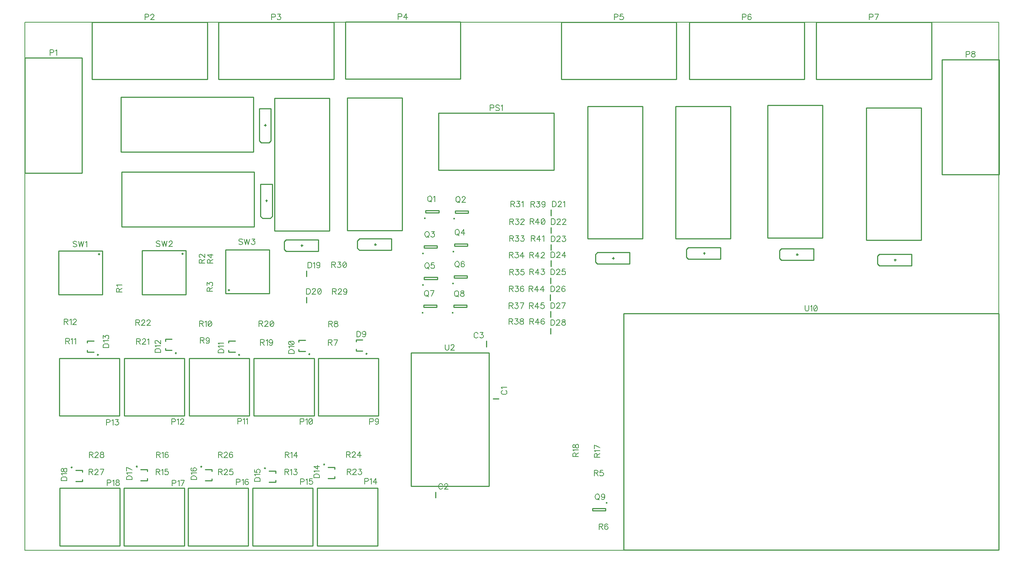
<source format=gbr>
G04 DipTrace 2.2.9.0 beta*
%INTopSilk.gbr*%
%MOIN*%
%ADD10C,0.0098*%
%ADD11C,0.0055*%
%ADD30C,0.0154*%
%ADD32C,0.0197*%
%ADD64C,0.0077*%
%FSLAX44Y44*%
G04*
G70*
G90*
G75*
G01*
%LNTopSilk*%
%LPD*%
X46512Y17586D2*
D10*
X46001D1*
X40850Y8655D2*
Y9166D1*
X45409Y22764D2*
Y22252D1*
X26166Y33975D2*
X25989Y33797D1*
X25300D2*
X25989D1*
X26166Y36868D2*
Y33975D1*
X25123Y36868D2*
Y33975D1*
Y36868D2*
X26166D1*
X25123Y33975D2*
X25300Y33797D1*
X25566Y35390D2*
X25723D1*
X25644Y35470D2*
Y35314D1*
X26059Y40768D2*
X25881Y40590D1*
X25193D2*
X25881D1*
X26059Y43661D2*
Y40768D1*
X25015Y43661D2*
Y40768D1*
Y43661D2*
X26059D1*
X25015Y40768D2*
X25193Y40590D1*
X25459Y42184D2*
X25615D1*
X25537Y42264D2*
Y42107D1*
X27405Y30841D2*
X27227Y31019D1*
Y31707D2*
Y31019D1*
X30298Y30841D2*
X27405D1*
X30298Y31884D2*
X27405D1*
X30298D2*
Y30841D1*
X27405Y31884D2*
X27227Y31707D1*
X28821Y31441D2*
Y31285D1*
X28901Y31363D2*
X28744D1*
X34000Y30921D2*
X33822Y31098D1*
Y31787D2*
Y31098D1*
X36893Y30921D2*
X34000D1*
X36893Y31964D2*
X34000D1*
X36893D2*
Y30921D1*
X34000Y31964D2*
X33822Y31787D1*
X35415Y31521D2*
Y31364D1*
X35495Y31443D2*
X35339D1*
X55379Y29688D2*
X55201Y29865D1*
Y30554D2*
Y29865D1*
X58272Y29688D2*
X55379D1*
X58272Y30731D2*
X55379D1*
X58272D2*
Y29688D1*
X55379Y30731D2*
X55201Y30554D1*
X56795Y30288D2*
Y30131D1*
X56875Y30210D2*
X56718D1*
X63556Y30135D2*
X63378Y30313D1*
Y31001D2*
Y30313D1*
X66449Y30135D2*
X63556D1*
X66449Y31179D2*
X63556D1*
X66449D2*
Y30135D1*
X63556Y31179D2*
X63378Y31001D1*
X64972Y30735D2*
Y30579D1*
X65052Y30657D2*
X64895D1*
X71905Y30027D2*
X71727Y30204D1*
Y30892D2*
Y30204D1*
X74797Y30027D2*
X71905D1*
X74797Y31070D2*
X71905D1*
X74797D2*
Y30027D1*
X71905Y31070D2*
X71727Y30892D1*
X73320Y30626D2*
Y30470D1*
X73400Y30548D2*
X73244D1*
X80710Y29534D2*
X80532Y29712D1*
Y30400D2*
Y29712D1*
X83603Y29534D2*
X80710D1*
X83603Y30578D2*
X80710D1*
X83603D2*
Y29534D1*
X80710Y30578D2*
X80532Y30400D1*
X82126Y30134D2*
Y29978D1*
X82206Y30056D2*
X82049D1*
X34639Y21661D2*
G02X34639Y21661I0J-49D01*
G01*
X34285Y21868D2*
X33694D1*
X34285Y22872D2*
X33694D1*
Y21868D2*
Y22046D1*
Y22694D2*
Y22872D1*
X29503Y21626D2*
G02X29503Y21626I0J-49D01*
G01*
X29149Y21832D2*
X28558D1*
X29149Y22837D2*
X28558D1*
Y21832D2*
Y22010D1*
Y22659D2*
Y22837D1*
X23193Y21559D2*
G02X23193Y21559I0J-49D01*
G01*
X22838Y21765D2*
X22248D1*
X22838Y22770D2*
X22248D1*
Y21765D2*
Y21943D1*
Y22592D2*
Y22770D1*
X17508Y21718D2*
G02X17508Y21718I0J-49D01*
G01*
X17153Y21924D2*
X16563D1*
X17153Y22929D2*
X16563D1*
Y21924D2*
Y22102D1*
Y22751D2*
Y22929D1*
X10498Y21568D2*
G02X10498Y21568I0J-49D01*
G01*
X10143Y21774D2*
X9553D1*
X10143Y22779D2*
X9553D1*
Y21774D2*
Y21952D1*
Y22601D2*
Y22779D1*
X30831Y11609D2*
G02X30831Y11609I0J49D01*
G01*
X31185Y11403D2*
X31776D1*
X31185Y10398D2*
X31776D1*
Y11403D2*
Y11225D1*
Y10576D2*
Y10398D1*
X25516Y11270D2*
G02X25516Y11270I0J49D01*
G01*
X25871Y11064D2*
X26462D1*
X25871Y10060D2*
X26462D1*
Y11064D2*
Y10886D1*
Y10238D2*
Y10060D1*
X19790Y11409D2*
G02X19790Y11409I0J49D01*
G01*
X20144Y11202D2*
X20735D1*
X20144Y10198D2*
X20735D1*
Y11202D2*
Y11024D1*
Y10376D2*
Y10198D1*
X14000Y11422D2*
G02X14000Y11422I0J49D01*
G01*
X14354Y11216D2*
X14945D1*
X14354Y10211D2*
X14945D1*
Y11216D2*
Y11038D1*
Y10389D2*
Y10211D1*
X8149Y11344D2*
G02X8149Y11344I0J49D01*
G01*
X8504Y11138D2*
X9094D1*
X8504Y10133D2*
X9094D1*
Y11138D2*
Y10960D1*
Y10311D2*
Y10133D1*
X29233Y29075D2*
Y28563D1*
X29227Y26714D2*
Y26202D1*
X51209Y34562D2*
Y34050D1*
X51224Y32983D2*
Y32471D1*
X51201Y31444D2*
Y30932D1*
X51200Y29991D2*
Y29479D1*
X51173Y28452D2*
Y27940D1*
X51154Y26928D2*
Y26416D1*
X51177Y25429D2*
Y24918D1*
X51168Y23911D2*
Y23399D1*
X3950Y37887D2*
X9068D1*
Y48241D1*
X3950D1*
Y37887D1*
X35713Y16024D2*
X30300D1*
Y21220D1*
X35713D1*
Y16024D1*
X29932D2*
X24519D1*
Y21220D1*
X29932D1*
Y16024D1*
X24119D2*
X18706D1*
Y21220D1*
X24119D1*
Y16024D1*
X18291D2*
X12877D1*
Y21220D1*
X18291D1*
Y16024D1*
X12449D2*
X7035D1*
Y21220D1*
X12449D1*
Y16024D1*
X30221Y9526D2*
X35634D1*
Y4330D1*
X30221D1*
Y9526D1*
X24407D2*
X29820D1*
Y4330D1*
X24407D1*
Y9526D1*
X18610D2*
X24023D1*
Y4330D1*
X18610D1*
Y9526D1*
X12854D2*
X18267D1*
Y4330D1*
X12854D1*
Y9526D1*
X7061D2*
X12475D1*
Y4330D1*
X7061D1*
Y9526D1*
X51479Y38140D2*
X41124D1*
Y43258D1*
X51479D1*
Y38140D1*
D30*
X39862Y33818D3*
X39954Y34319D2*
D10*
X41135D1*
Y34516D1*
X39954D1*
Y34319D1*
D30*
X42506Y33765D3*
X42598Y34266D2*
D10*
X43779D1*
Y34463D1*
X42598D1*
Y34266D1*
D30*
X39717Y30628D3*
X39809Y31130D2*
D10*
X40990D1*
Y31327D1*
X39809D1*
Y31130D1*
D30*
X42447Y30812D3*
X42539Y31313D2*
D10*
X43720D1*
Y31510D1*
X42539D1*
Y31313D1*
D30*
X39722Y27804D3*
X39814Y28306D2*
D10*
X40995D1*
Y28502D1*
X39814D1*
Y28306D1*
D30*
X42415Y27933D3*
X42507Y28435D2*
D10*
X43688D1*
Y28632D1*
X42507D1*
Y28435D1*
D30*
X39678Y25310D3*
X39770Y25811D2*
D10*
X40951D1*
Y26008D1*
X39770D1*
Y25811D1*
D30*
X42380Y25289D3*
X42472Y25791D2*
D10*
X43653D1*
Y25988D1*
X42472D1*
Y25791D1*
D30*
X56212Y8195D3*
X56120Y7694D2*
D10*
X54939D1*
Y7497D1*
X56120D1*
Y7694D1*
X6971Y30869D2*
X10909D1*
Y26931D1*
X6971D1*
Y30869D1*
D32*
X10613Y30573D3*
X14471Y30889D2*
D10*
X18409D1*
Y26951D1*
X14471D1*
Y30889D1*
D32*
X18113Y30593D3*
X25909Y27041D2*
D10*
X21971D1*
Y30979D1*
X25909D1*
Y27041D1*
D32*
X22267Y27337D3*
X24560Y33036D2*
D10*
X12643D1*
Y37973D1*
X24560D1*
Y33036D1*
X38627Y21715D2*
X45627D1*
Y9715D1*
X38627D1*
Y21715D1*
X24481Y39769D2*
X12564D1*
Y44706D1*
X24481D1*
Y39769D1*
X26383Y32670D2*
X31320D1*
Y44588D1*
X26383D1*
Y32670D1*
X32918Y32710D2*
X37855D1*
Y44627D1*
X32918D1*
Y32710D1*
X54495Y31962D2*
X59432D1*
Y43879D1*
X54495D1*
Y31962D1*
X62408D2*
X67345D1*
Y43879D1*
X62408D1*
Y31962D1*
X70676Y32040D2*
X75613D1*
Y43958D1*
X70676D1*
Y32040D1*
X79548Y31836D2*
X84485D1*
Y43753D1*
X79548D1*
Y31836D1*
X91440Y3966D2*
X57740D1*
Y25226D1*
X91440D1*
Y3966D1*
X9973Y51430D2*
X20328D1*
Y46312D1*
X9973D1*
Y51430D1*
X21351D2*
X31706D1*
Y46312D1*
X21351D1*
Y51430D1*
X32729Y51470D2*
X43084D1*
Y46351D1*
X32729D1*
Y51470D1*
X52139Y51430D2*
X62493D1*
Y46312D1*
X52139D1*
Y51430D1*
X63635D2*
X73989D1*
Y46312D1*
X63635D1*
Y51430D1*
X75052D2*
X85407D1*
Y46312D1*
X75052D1*
Y51430D1*
X91470Y48084D2*
X86351D1*
Y37729D1*
X91470D1*
Y48084D1*
X46871Y18317D2*
D64*
X46824Y18293D1*
X46776Y18245D1*
X46752Y18198D1*
Y18102D1*
X46776Y18054D1*
X46824Y18006D1*
X46871Y17982D1*
X46943Y17958D1*
X47063D1*
X47134Y17982D1*
X47182Y18006D1*
X47230Y18054D1*
X47254Y18102D1*
Y18198D1*
X47230Y18245D1*
X47182Y18293D1*
X47134Y18317D1*
X46848Y18471D2*
X46824Y18519D1*
X46752Y18591D1*
X47254D1*
X41474Y9819D2*
X41450Y9866D1*
X41402Y9914D1*
X41354Y9938D1*
X41259D1*
X41211Y9914D1*
X41163Y9866D1*
X41139Y9819D1*
X41115Y9747D1*
Y9627D1*
X41139Y9555D1*
X41163Y9507D1*
X41211Y9460D1*
X41259Y9436D1*
X41354D1*
X41402Y9460D1*
X41450Y9507D1*
X41474Y9555D1*
X41652Y9818D2*
Y9842D1*
X41676Y9890D1*
X41700Y9914D1*
X41748Y9937D1*
X41844D1*
X41891Y9914D1*
X41915Y9890D1*
X41939Y9842D1*
Y9794D1*
X41915Y9746D1*
X41867Y9675D1*
X41628Y9436D1*
X41963D1*
X44655Y23416D2*
X44631Y23464D1*
X44583Y23512D1*
X44535Y23536D1*
X44440D1*
X44391Y23512D1*
X44344Y23464D1*
X44320Y23416D1*
X44296Y23344D1*
Y23225D1*
X44320Y23153D1*
X44344Y23105D1*
X44391Y23058D1*
X44440Y23033D1*
X44535D1*
X44583Y23058D1*
X44631Y23105D1*
X44655Y23153D1*
X44857Y23535D2*
X45120D1*
X44976Y23344D1*
X45048D1*
X45096Y23320D1*
X45120Y23296D1*
X45144Y23225D1*
Y23177D1*
X45120Y23105D1*
X45072Y23057D1*
X45000Y23033D1*
X44928D1*
X44857Y23057D1*
X44833Y23081D1*
X44809Y23129D1*
X33767Y23644D2*
Y23141D1*
X33934D1*
X34006Y23165D1*
X34054Y23213D1*
X34078Y23261D1*
X34102Y23332D1*
Y23452D1*
X34078Y23524D1*
X34054Y23572D1*
X34006Y23620D1*
X33934Y23644D1*
X33767D1*
X34567Y23476D2*
X34543Y23404D1*
X34495Y23356D1*
X34423Y23332D1*
X34400D1*
X34328Y23356D1*
X34280Y23404D1*
X34256Y23476D1*
Y23500D1*
X34280Y23572D1*
X34328Y23619D1*
X34400Y23643D1*
X34423D1*
X34495Y23619D1*
X34543Y23572D1*
X34567Y23476D1*
Y23356D1*
X34543Y23237D1*
X34495Y23165D1*
X34423Y23141D1*
X34376D1*
X34304Y23165D1*
X34280Y23213D1*
X27629Y21653D2*
X28132D1*
Y21820D1*
X28107Y21892D1*
X28060Y21940D1*
X28012Y21964D1*
X27941Y21988D1*
X27821D1*
X27749Y21964D1*
X27701Y21940D1*
X27653Y21892D1*
X27629Y21820D1*
Y21653D1*
X27726Y22142D2*
X27701Y22190D1*
X27630Y22262D1*
X28132D1*
X27630Y22560D2*
X27654Y22488D1*
X27726Y22440D1*
X27845Y22416D1*
X27917D1*
X28036Y22440D1*
X28108Y22488D1*
X28132Y22560D1*
Y22607D1*
X28108Y22679D1*
X28036Y22727D1*
X27917Y22751D1*
X27845D1*
X27726Y22727D1*
X27654Y22679D1*
X27630Y22607D1*
Y22560D1*
X27726Y22727D2*
X28036Y22440D1*
X21319Y21693D2*
X21821D1*
Y21860D1*
X21797Y21932D1*
X21749Y21980D1*
X21701Y22004D1*
X21630Y22028D1*
X21510D1*
X21438Y22004D1*
X21391Y21980D1*
X21343Y21932D1*
X21319Y21860D1*
Y21693D1*
X21415Y22182D2*
X21391Y22230D1*
X21319Y22302D1*
X21821D1*
X21415Y22457D2*
X21391Y22505D1*
X21319Y22577D1*
X21821D1*
X15634Y21744D2*
X16137D1*
Y21912D1*
X16112Y21984D1*
X16065Y22032D1*
X16017Y22055D1*
X15945Y22079D1*
X15825D1*
X15753Y22055D1*
X15706Y22032D1*
X15658Y21984D1*
X15634Y21912D1*
Y21744D1*
X15730Y22234D2*
X15706Y22282D1*
X15635Y22354D1*
X16137D1*
X15754Y22532D2*
X15730D1*
X15682Y22556D1*
X15658Y22580D1*
X15635Y22628D1*
Y22724D1*
X15658Y22771D1*
X15682Y22795D1*
X15730Y22819D1*
X15778D1*
X15826Y22795D1*
X15897Y22747D1*
X16137Y22508D1*
Y22843D1*
X10986Y22185D2*
X11488D1*
Y22352D1*
X11464Y22424D1*
X11416Y22472D1*
X11368Y22496D1*
X11297Y22520D1*
X11177D1*
X11105Y22496D1*
X11058Y22472D1*
X11010Y22424D1*
X10986Y22352D1*
Y22185D1*
X11082Y22674D2*
X11058Y22722D1*
X10986Y22794D1*
X11488D1*
X10986Y22997D2*
Y23259D1*
X11178Y23116D1*
Y23188D1*
X11201Y23235D1*
X11225Y23259D1*
X11297Y23284D1*
X11345D1*
X11416Y23259D1*
X11465Y23212D1*
X11488Y23140D1*
Y23068D1*
X11465Y22997D1*
X11440Y22973D1*
X11393Y22949D1*
X29902Y10472D2*
X30404D1*
Y10640D1*
X30380Y10711D1*
X30332Y10759D1*
X30284Y10783D1*
X30213Y10807D1*
X30093D1*
X30021Y10783D1*
X29973Y10759D1*
X29925Y10711D1*
X29902Y10640D1*
Y10472D1*
X29998Y10961D2*
X29973Y11009D1*
X29902Y11081D1*
X30404D1*
Y11475D2*
X29902D1*
X30236Y11236D1*
Y11594D1*
X24587Y10145D2*
X25090D1*
Y10313D1*
X25066Y10385D1*
X25018Y10433D1*
X24970Y10457D1*
X24899Y10480D1*
X24779D1*
X24707Y10457D1*
X24659Y10433D1*
X24611Y10385D1*
X24587Y10313D1*
Y10145D1*
X24684Y10635D2*
X24659Y10683D1*
X24588Y10755D1*
X25090D1*
X24588Y11196D2*
Y10957D1*
X24803Y10933D1*
X24779Y10957D1*
X24755Y11029D1*
Y11100D1*
X24779Y11172D1*
X24827Y11220D1*
X24899Y11244D1*
X24946D1*
X25018Y11220D1*
X25066Y11172D1*
X25090Y11100D1*
Y11029D1*
X25066Y10957D1*
X25042Y10933D1*
X24994Y10909D1*
X18861Y10296D2*
X19363D1*
Y10463D1*
X19339Y10535D1*
X19291Y10583D1*
X19243Y10607D1*
X19172Y10631D1*
X19052D1*
X18980Y10607D1*
X18932Y10583D1*
X18884Y10535D1*
X18861Y10463D1*
Y10296D1*
X18957Y10785D2*
X18932Y10833D1*
X18861Y10905D1*
X19363D1*
X18932Y11346D2*
X18885Y11322D1*
X18861Y11251D1*
Y11203D1*
X18885Y11131D1*
X18957Y11083D1*
X19076Y11059D1*
X19195D1*
X19291Y11083D1*
X19339Y11131D1*
X19363Y11203D1*
Y11227D1*
X19339Y11298D1*
X19291Y11346D1*
X19219Y11370D1*
X19195D1*
X19124Y11346D1*
X19076Y11298D1*
X19052Y11227D1*
Y11203D1*
X19076Y11131D1*
X19124Y11083D1*
X19195Y11059D1*
X13071Y10297D2*
X13573D1*
Y10465D1*
X13549Y10536D1*
X13501Y10585D1*
X13453Y10608D1*
X13382Y10632D1*
X13262D1*
X13190Y10608D1*
X13143Y10585D1*
X13094Y10536D1*
X13071Y10465D1*
Y10297D1*
X13167Y10786D2*
X13143Y10835D1*
X13071Y10906D1*
X13573D1*
Y11156D2*
X13071Y11396D1*
Y11061D1*
X7220Y10219D2*
X7723D1*
Y10387D1*
X7698Y10458D1*
X7651Y10506D1*
X7603Y10530D1*
X7531Y10554D1*
X7412D1*
X7340Y10530D1*
X7292Y10506D1*
X7244Y10458D1*
X7220Y10387D1*
Y10219D1*
X7316Y10708D2*
X7292Y10757D1*
X7221Y10828D1*
X7723D1*
X7221Y11102D2*
X7245Y11031D1*
X7292Y11007D1*
X7340D1*
X7388Y11031D1*
X7412Y11078D1*
X7436Y11174D1*
X7460Y11246D1*
X7508Y11293D1*
X7555Y11317D1*
X7627D1*
X7675Y11293D1*
X7699Y11270D1*
X7723Y11198D1*
Y11102D1*
X7699Y11031D1*
X7675Y11007D1*
X7627Y10983D1*
X7555D1*
X7508Y11007D1*
X7460Y11055D1*
X7436Y11126D1*
X7412Y11222D1*
X7388Y11270D1*
X7340Y11293D1*
X7292D1*
X7245Y11270D1*
X7221Y11198D1*
Y11102D1*
X29384Y29847D2*
Y29344D1*
X29552D1*
X29624Y29369D1*
X29672Y29416D1*
X29695Y29464D1*
X29719Y29536D1*
Y29656D1*
X29695Y29727D1*
X29672Y29775D1*
X29624Y29823D1*
X29552Y29847D1*
X29384D1*
X29874Y29751D2*
X29922Y29775D1*
X29993Y29846D1*
Y29344D1*
X30459Y29679D2*
X30435Y29608D1*
X30387Y29559D1*
X30315Y29536D1*
X30292D1*
X30220Y29559D1*
X30172Y29608D1*
X30148Y29679D1*
Y29703D1*
X30172Y29775D1*
X30220Y29823D1*
X30292Y29846D1*
X30315D1*
X30387Y29823D1*
X30435Y29775D1*
X30459Y29679D1*
Y29559D1*
X30435Y29440D1*
X30387Y29368D1*
X30315Y29344D1*
X30268D1*
X30196Y29368D1*
X30172Y29416D1*
X29259Y27485D2*
Y26983D1*
X29426D1*
X29498Y27007D1*
X29546Y27055D1*
X29570Y27103D1*
X29594Y27174D1*
Y27294D1*
X29570Y27366D1*
X29546Y27413D1*
X29498Y27461D1*
X29426Y27485D1*
X29259D1*
X29772Y27365D2*
Y27389D1*
X29796Y27437D1*
X29820Y27461D1*
X29868Y27485D1*
X29964D1*
X30011Y27461D1*
X30035Y27437D1*
X30059Y27389D1*
Y27342D1*
X30035Y27293D1*
X29987Y27222D1*
X29748Y26983D1*
X30083D1*
X30381Y27485D2*
X30309Y27461D1*
X30261Y27389D1*
X30237Y27270D1*
Y27198D1*
X30261Y27078D1*
X30309Y27007D1*
X30381Y26983D1*
X30429D1*
X30500Y27007D1*
X30548Y27078D1*
X30572Y27198D1*
Y27270D1*
X30548Y27389D1*
X30500Y27461D1*
X30429Y27485D1*
X30381D1*
X30548Y27389D2*
X30261Y27078D1*
X51348Y35334D2*
Y34831D1*
X51516D1*
X51587Y34856D1*
X51636Y34903D1*
X51659Y34951D1*
X51683Y35023D1*
Y35142D1*
X51659Y35214D1*
X51636Y35262D1*
X51587Y35310D1*
X51516Y35334D1*
X51348D1*
X51862Y35214D2*
Y35238D1*
X51886Y35286D1*
X51909Y35309D1*
X51957Y35333D1*
X52053D1*
X52101Y35309D1*
X52124Y35286D1*
X52149Y35238D1*
Y35190D1*
X52124Y35142D1*
X52077Y35071D1*
X51837Y34831D1*
X52172D1*
X52327Y35238D2*
X52375Y35262D1*
X52447Y35333D1*
Y34831D1*
X51256Y33755D2*
Y33252D1*
X51423D1*
X51495Y33277D1*
X51543Y33324D1*
X51567Y33372D1*
X51590Y33444D1*
Y33564D1*
X51567Y33635D1*
X51543Y33683D1*
X51495Y33731D1*
X51423Y33755D1*
X51256D1*
X51769Y33635D2*
Y33659D1*
X51793Y33707D1*
X51817Y33730D1*
X51865Y33754D1*
X51960D1*
X52008Y33730D1*
X52032Y33707D1*
X52056Y33659D1*
Y33611D1*
X52032Y33563D1*
X51984Y33492D1*
X51745Y33252D1*
X52080D1*
X52258Y33635D2*
Y33659D1*
X52282Y33707D1*
X52306Y33730D1*
X52354Y33754D1*
X52450D1*
X52497Y33730D1*
X52521Y33707D1*
X52545Y33659D1*
Y33611D1*
X52521Y33563D1*
X52473Y33492D1*
X52234Y33252D1*
X52569D1*
X51233Y32215D2*
Y31713D1*
X51400D1*
X51472Y31737D1*
X51520Y31785D1*
X51544Y31833D1*
X51568Y31904D1*
Y32024D1*
X51544Y32096D1*
X51520Y32143D1*
X51472Y32191D1*
X51400Y32215D1*
X51233D1*
X51746Y32095D2*
Y32119D1*
X51770Y32167D1*
X51794Y32191D1*
X51842Y32215D1*
X51937D1*
X51985Y32191D1*
X52009Y32167D1*
X52033Y32119D1*
Y32072D1*
X52009Y32023D1*
X51961Y31952D1*
X51722Y31713D1*
X52057D1*
X52259Y32215D2*
X52522D1*
X52379Y32023D1*
X52451D1*
X52498Y32000D1*
X52522Y31976D1*
X52546Y31904D1*
Y31857D1*
X52522Y31785D1*
X52474Y31737D1*
X52402Y31713D1*
X52331D1*
X52259Y31737D1*
X52236Y31761D1*
X52211Y31808D1*
X51220Y30762D2*
Y30260D1*
X51388D1*
X51460Y30284D1*
X51508Y30332D1*
X51531Y30380D1*
X51555Y30451D1*
Y30571D1*
X51531Y30643D1*
X51508Y30690D1*
X51460Y30738D1*
X51388Y30762D1*
X51220D1*
X51734Y30642D2*
Y30666D1*
X51758Y30714D1*
X51781Y30738D1*
X51830Y30762D1*
X51925D1*
X51973Y30738D1*
X51996Y30714D1*
X52021Y30666D1*
Y30619D1*
X51996Y30570D1*
X51949Y30499D1*
X51710Y30260D1*
X52045D1*
X52438D2*
Y30762D1*
X52199Y30427D1*
X52558D1*
X51204Y29223D2*
Y28721D1*
X51372D1*
X51444Y28745D1*
X51492Y28793D1*
X51515Y28841D1*
X51539Y28912D1*
Y29032D1*
X51515Y29104D1*
X51492Y29151D1*
X51444Y29200D1*
X51372Y29223D1*
X51204D1*
X51718Y29103D2*
Y29127D1*
X51742Y29175D1*
X51765Y29199D1*
X51813Y29223D1*
X51909D1*
X51957Y29199D1*
X51980Y29175D1*
X52005Y29127D1*
Y29080D1*
X51980Y29032D1*
X51933Y28960D1*
X51694Y28721D1*
X52028D1*
X52470Y29223D2*
X52231D1*
X52207Y29008D1*
X52231Y29032D1*
X52303Y29056D1*
X52374D1*
X52446Y29032D1*
X52494Y28984D1*
X52518Y28912D1*
Y28865D1*
X52494Y28793D1*
X52446Y28745D1*
X52374Y28721D1*
X52303D1*
X52231Y28745D1*
X52207Y28769D1*
X52183Y28817D1*
X51198Y27699D2*
Y27197D1*
X51366D1*
X51438Y27221D1*
X51486Y27269D1*
X51509Y27317D1*
X51533Y27388D1*
Y27508D1*
X51509Y27580D1*
X51486Y27627D1*
X51438Y27675D1*
X51366Y27699D1*
X51198D1*
X51712Y27579D2*
Y27603D1*
X51736Y27651D1*
X51759Y27675D1*
X51808Y27699D1*
X51903D1*
X51951Y27675D1*
X51974Y27651D1*
X51999Y27603D1*
Y27556D1*
X51974Y27507D1*
X51927Y27436D1*
X51688Y27197D1*
X52023D1*
X52464Y27627D2*
X52440Y27675D1*
X52368Y27699D1*
X52321D1*
X52249Y27675D1*
X52201Y27603D1*
X52177Y27484D1*
Y27364D1*
X52201Y27269D1*
X52249Y27221D1*
X52321Y27197D1*
X52344D1*
X52416Y27221D1*
X52464Y27269D1*
X52488Y27341D1*
Y27364D1*
X52464Y27436D1*
X52416Y27484D1*
X52344Y27507D1*
X52321D1*
X52249Y27484D1*
X52201Y27436D1*
X52177Y27364D1*
X51209Y26201D2*
Y25699D1*
X51376D1*
X51448Y25723D1*
X51496Y25770D1*
X51520Y25819D1*
X51544Y25890D1*
Y26010D1*
X51520Y26082D1*
X51496Y26129D1*
X51448Y26177D1*
X51376Y26201D1*
X51209D1*
X51722Y26081D2*
Y26105D1*
X51746Y26153D1*
X51770Y26177D1*
X51818Y26200D1*
X51914D1*
X51961Y26177D1*
X51985Y26153D1*
X52009Y26105D1*
Y26057D1*
X51985Y26009D1*
X51937Y25938D1*
X51698Y25699D1*
X52033D1*
X52283D2*
X52522Y26200D1*
X52187D1*
X51200Y24683D2*
Y24180D1*
X51368D1*
X51440Y24205D1*
X51488Y24252D1*
X51511Y24300D1*
X51535Y24372D1*
Y24492D1*
X51511Y24563D1*
X51488Y24611D1*
X51440Y24659D1*
X51368Y24683D1*
X51200D1*
X51714Y24563D2*
Y24587D1*
X51738Y24635D1*
X51761Y24659D1*
X51809Y24682D1*
X51905D1*
X51953Y24659D1*
X51976Y24635D1*
X52001Y24587D1*
Y24539D1*
X51976Y24491D1*
X51929Y24420D1*
X51690Y24180D1*
X52024D1*
X52298Y24682D2*
X52227Y24659D1*
X52203Y24611D1*
Y24563D1*
X52227Y24515D1*
X52274Y24491D1*
X52370Y24467D1*
X52442Y24444D1*
X52489Y24395D1*
X52513Y24348D1*
Y24276D1*
X52489Y24229D1*
X52466Y24204D1*
X52394Y24180D1*
X52298D1*
X52227Y24204D1*
X52203Y24229D1*
X52179Y24276D1*
Y24348D1*
X52203Y24395D1*
X52251Y24444D1*
X52322Y24467D1*
X52418Y24491D1*
X52466Y24515D1*
X52489Y24563D1*
Y24611D1*
X52466Y24659D1*
X52394Y24682D1*
X52298D1*
X6204Y48710D2*
X6420D1*
X6491Y48734D1*
X6515Y48758D1*
X6539Y48806D1*
Y48878D1*
X6515Y48925D1*
X6491Y48950D1*
X6420Y48973D1*
X6204D1*
Y48471D1*
X6694Y48877D2*
X6742Y48902D1*
X6814Y48973D1*
Y48471D1*
X34921Y15519D2*
X35136D1*
X35207Y15543D1*
X35232Y15567D1*
X35255Y15614D1*
Y15686D1*
X35232Y15734D1*
X35207Y15758D1*
X35136Y15782D1*
X34921D1*
Y15280D1*
X35721Y15614D2*
X35697Y15543D1*
X35649Y15495D1*
X35577Y15471D1*
X35554D1*
X35482Y15495D1*
X35434Y15543D1*
X35410Y15614D1*
Y15638D1*
X35434Y15710D1*
X35482Y15758D1*
X35554Y15781D1*
X35577D1*
X35649Y15758D1*
X35697Y15710D1*
X35721Y15614D1*
Y15495D1*
X35697Y15375D1*
X35649Y15303D1*
X35577Y15280D1*
X35530D1*
X35458Y15303D1*
X35434Y15351D1*
X28686Y15519D2*
X28902D1*
X28973Y15543D1*
X28998Y15567D1*
X29021Y15614D1*
Y15686D1*
X28998Y15734D1*
X28973Y15758D1*
X28902Y15782D1*
X28686D1*
Y15280D1*
X29176Y15686D2*
X29224Y15710D1*
X29296Y15781D1*
Y15280D1*
X29594Y15781D2*
X29522Y15758D1*
X29474Y15686D1*
X29450Y15566D1*
Y15495D1*
X29474Y15375D1*
X29522Y15303D1*
X29594Y15280D1*
X29641D1*
X29713Y15303D1*
X29761Y15375D1*
X29785Y15495D1*
Y15566D1*
X29761Y15686D1*
X29713Y15758D1*
X29641Y15781D1*
X29594D1*
X29761Y15686D2*
X29474Y15375D1*
X23074Y15542D2*
X23290D1*
X23361Y15566D1*
X23385Y15590D1*
X23409Y15638D1*
Y15710D1*
X23385Y15757D1*
X23361Y15782D1*
X23290Y15805D1*
X23074D1*
Y15303D1*
X23564Y15709D2*
X23612Y15733D1*
X23683Y15805D1*
Y15303D1*
X23838Y15709D2*
X23886Y15733D1*
X23958Y15805D1*
Y15303D1*
X17144Y15502D2*
X17359D1*
X17430Y15525D1*
X17455Y15550D1*
X17478Y15597D1*
Y15669D1*
X17455Y15717D1*
X17430Y15741D1*
X17359Y15765D1*
X17144D1*
Y15262D1*
X17633Y15669D2*
X17681Y15693D1*
X17753Y15764D1*
Y15262D1*
X17932Y15645D2*
Y15669D1*
X17955Y15717D1*
X17979Y15740D1*
X18027Y15764D1*
X18123D1*
X18170Y15740D1*
X18194Y15717D1*
X18218Y15669D1*
Y15621D1*
X18194Y15573D1*
X18147Y15502D1*
X17907Y15262D1*
X18242D1*
X11271Y15447D2*
X11486D1*
X11558Y15471D1*
X11582Y15496D1*
X11606Y15543D1*
Y15615D1*
X11582Y15662D1*
X11558Y15687D1*
X11486Y15711D1*
X11271D1*
Y15208D1*
X11760Y15614D2*
X11808Y15639D1*
X11880Y15710D1*
Y15208D1*
X12082Y15710D2*
X12345D1*
X12202Y15519D1*
X12274D1*
X12321Y15495D1*
X12345Y15471D1*
X12369Y15399D1*
Y15352D1*
X12345Y15280D1*
X12297Y15232D1*
X12226Y15208D1*
X12154D1*
X12082Y15232D1*
X12059Y15256D1*
X12034Y15304D1*
X34468Y10150D2*
X34683D1*
X34754Y10174D1*
X34779Y10199D1*
X34802Y10246D1*
Y10318D1*
X34779Y10365D1*
X34754Y10390D1*
X34683Y10414D1*
X34468D1*
Y9911D1*
X34957Y10317D2*
X35005Y10342D1*
X35077Y10413D1*
Y9911D1*
X35470D2*
Y10413D1*
X35231Y10079D1*
X35590D1*
X28712Y10104D2*
X28928D1*
X28999Y10127D1*
X29023Y10152D1*
X29047Y10199D1*
Y10271D1*
X29023Y10319D1*
X28999Y10343D1*
X28928Y10367D1*
X28712D1*
Y9864D1*
X29202Y10271D2*
X29250Y10295D1*
X29322Y10366D1*
Y9864D1*
X29763Y10366D2*
X29524D1*
X29500Y10151D1*
X29524Y10175D1*
X29596Y10199D1*
X29667D1*
X29739Y10175D1*
X29787Y10127D1*
X29811Y10056D1*
Y10008D1*
X29787Y9936D1*
X29739Y9888D1*
X29667Y9864D1*
X29596D1*
X29524Y9888D1*
X29500Y9912D1*
X29476Y9960D1*
X22958Y10070D2*
X23174D1*
X23245Y10094D1*
X23269Y10119D1*
X23293Y10166D1*
Y10238D1*
X23269Y10285D1*
X23245Y10310D1*
X23174Y10334D1*
X22958D1*
Y9831D1*
X23447Y10237D2*
X23496Y10262D1*
X23567Y10333D1*
Y9831D1*
X24009Y10262D2*
X23985Y10309D1*
X23913Y10333D1*
X23865D1*
X23794Y10309D1*
X23746Y10237D1*
X23722Y10118D1*
Y9999D1*
X23746Y9903D1*
X23794Y9855D1*
X23865Y9831D1*
X23889D1*
X23961Y9855D1*
X24009Y9903D1*
X24032Y9975D1*
Y9999D1*
X24009Y10070D1*
X23961Y10118D1*
X23889Y10142D1*
X23865D1*
X23794Y10118D1*
X23746Y10070D1*
X23722Y9999D1*
X17190Y9978D2*
X17405D1*
X17477Y10002D1*
X17501Y10026D1*
X17525Y10074D1*
Y10146D1*
X17501Y10193D1*
X17477Y10218D1*
X17405Y10241D1*
X17190D1*
Y9739D1*
X17679Y10145D2*
X17727Y10169D1*
X17799Y10241D1*
Y9739D1*
X18049D2*
X18288Y10241D1*
X17954D1*
X11344Y10010D2*
X11559D1*
X11631Y10034D1*
X11655Y10058D1*
X11679Y10106D1*
Y10178D1*
X11655Y10225D1*
X11631Y10250D1*
X11559Y10273D1*
X11344D1*
Y9771D1*
X11833Y10177D2*
X11881Y10201D1*
X11953Y10273D1*
Y9771D1*
X12227Y10273D2*
X12156Y10249D1*
X12131Y10201D1*
Y10153D1*
X12156Y10106D1*
X12203Y10082D1*
X12299Y10058D1*
X12371Y10034D1*
X12418Y9986D1*
X12442Y9938D1*
Y9867D1*
X12418Y9819D1*
X12394Y9795D1*
X12322Y9771D1*
X12227D1*
X12156Y9795D1*
X12131Y9819D1*
X12107Y9867D1*
Y9938D1*
X12131Y9986D1*
X12179Y10034D1*
X12251Y10058D1*
X12346Y10082D1*
X12394Y10106D1*
X12418Y10153D1*
Y10201D1*
X12394Y10249D1*
X12322Y10273D1*
X12227D1*
X45752Y43728D2*
X45968D1*
X46039Y43751D1*
X46063Y43776D1*
X46087Y43823D1*
Y43895D1*
X46063Y43943D1*
X46039Y43967D1*
X45968Y43991D1*
X45752D1*
Y43488D1*
X46577Y43919D2*
X46529Y43967D1*
X46457Y43991D1*
X46362D1*
X46290Y43967D1*
X46242Y43919D1*
Y43871D1*
X46266Y43823D1*
X46290Y43799D1*
X46337Y43776D1*
X46481Y43728D1*
X46529Y43704D1*
X46553Y43679D1*
X46577Y43632D1*
Y43560D1*
X46529Y43513D1*
X46457Y43488D1*
X46362D1*
X46290Y43513D1*
X46242Y43560D1*
X46731Y43894D2*
X46779Y43919D1*
X46851Y43990D1*
Y43488D1*
X40275Y35809D2*
X40228Y35786D1*
X40180Y35738D1*
X40156Y35690D1*
X40132Y35618D1*
Y35499D1*
X40156Y35427D1*
X40180Y35379D1*
X40228Y35331D1*
X40275Y35308D1*
X40371D1*
X40419Y35331D1*
X40467Y35379D1*
X40490Y35427D1*
X40515Y35499D1*
Y35618D1*
X40490Y35690D1*
X40467Y35738D1*
X40419Y35786D1*
X40371Y35809D1*
X40275D1*
X40347Y35403D2*
X40490Y35260D1*
X40669Y35713D2*
X40717Y35738D1*
X40789Y35809D1*
Y35307D1*
X42811Y35756D2*
X42764Y35733D1*
X42716Y35685D1*
X42692Y35637D1*
X42667Y35565D1*
Y35446D1*
X42692Y35374D1*
X42716Y35326D1*
X42764Y35278D1*
X42811Y35254D1*
X42907D1*
X42955Y35278D1*
X43002Y35326D1*
X43026Y35374D1*
X43050Y35446D1*
Y35565D1*
X43026Y35637D1*
X43002Y35685D1*
X42955Y35733D1*
X42907Y35756D1*
X42811D1*
X42883Y35350D2*
X43026Y35206D1*
X43229Y35636D2*
Y35660D1*
X43253Y35708D1*
X43277Y35732D1*
X43325Y35756D1*
X43420D1*
X43468Y35732D1*
X43492Y35708D1*
X43516Y35660D1*
Y35612D1*
X43492Y35564D1*
X43444Y35493D1*
X43205Y35254D1*
X43540D1*
X40022Y32620D2*
X39975Y32597D1*
X39927Y32549D1*
X39903Y32500D1*
X39879Y32429D1*
Y32309D1*
X39903Y32237D1*
X39927Y32190D1*
X39975Y32142D1*
X40022Y32118D1*
X40118D1*
X40166Y32142D1*
X40214Y32190D1*
X40237Y32237D1*
X40262Y32309D1*
Y32429D1*
X40237Y32500D1*
X40214Y32549D1*
X40166Y32597D1*
X40118Y32620D1*
X40022D1*
X40094Y32214D2*
X40237Y32070D1*
X40464Y32619D2*
X40727D1*
X40584Y32428D1*
X40655D1*
X40703Y32404D1*
X40727Y32381D1*
X40751Y32309D1*
Y32261D1*
X40727Y32189D1*
X40679Y32141D1*
X40607Y32117D1*
X40535D1*
X40464Y32141D1*
X40440Y32166D1*
X40416Y32213D1*
X42741Y32804D2*
X42693Y32780D1*
X42645Y32732D1*
X42622Y32684D1*
X42597Y32612D1*
Y32493D1*
X42622Y32421D1*
X42645Y32374D1*
X42693Y32326D1*
X42741Y32302D1*
X42837D1*
X42885Y32326D1*
X42932Y32374D1*
X42956Y32421D1*
X42980Y32493D1*
Y32612D1*
X42956Y32684D1*
X42932Y32732D1*
X42885Y32780D1*
X42837Y32804D1*
X42741D1*
X42813Y32397D2*
X42956Y32254D1*
X43374Y32301D2*
Y32803D1*
X43135Y32469D1*
X43493D1*
X40028Y29796D2*
X39980Y29773D1*
X39932Y29724D1*
X39908Y29676D1*
X39884Y29605D1*
Y29485D1*
X39908Y29413D1*
X39932Y29366D1*
X39980Y29318D1*
X40028Y29294D1*
X40123D1*
X40171Y29318D1*
X40219Y29366D1*
X40243Y29413D1*
X40267Y29485D1*
Y29605D1*
X40243Y29676D1*
X40219Y29724D1*
X40171Y29773D1*
X40123Y29796D1*
X40028D1*
X40100Y29390D2*
X40243Y29246D1*
X40708Y29795D2*
X40469D1*
X40446Y29580D1*
X40469Y29604D1*
X40541Y29628D1*
X40613D1*
X40684Y29604D1*
X40733Y29556D1*
X40756Y29485D1*
Y29437D1*
X40733Y29365D1*
X40684Y29317D1*
X40613Y29293D1*
X40541D1*
X40469Y29317D1*
X40446Y29341D1*
X40421Y29389D1*
X42733Y29925D2*
X42685Y29902D1*
X42637Y29854D1*
X42614Y29806D1*
X42589Y29734D1*
Y29614D1*
X42614Y29543D1*
X42637Y29495D1*
X42685Y29447D1*
X42733Y29423D1*
X42829D1*
X42877Y29447D1*
X42924Y29495D1*
X42948Y29543D1*
X42972Y29614D1*
Y29734D1*
X42948Y29806D1*
X42924Y29854D1*
X42877Y29902D1*
X42829Y29925D1*
X42733D1*
X42805Y29519D2*
X42948Y29375D1*
X43414Y29853D2*
X43390Y29901D1*
X43318Y29924D1*
X43270D1*
X43199Y29901D1*
X43150Y29829D1*
X43127Y29709D1*
Y29590D1*
X43150Y29494D1*
X43199Y29446D1*
X43270Y29423D1*
X43294D1*
X43365Y29446D1*
X43414Y29494D1*
X43437Y29566D1*
Y29590D1*
X43414Y29662D1*
X43365Y29709D1*
X43294Y29733D1*
X43270D1*
X43199Y29709D1*
X43150Y29662D1*
X43127Y29590D1*
X39983Y27302D2*
X39936Y27278D1*
X39888Y27230D1*
X39864Y27182D1*
X39840Y27110D1*
Y26991D1*
X39864Y26919D1*
X39888Y26872D1*
X39936Y26823D1*
X39983Y26800D1*
X40079D1*
X40127Y26823D1*
X40174Y26872D1*
X40198Y26919D1*
X40223Y26991D1*
Y27110D1*
X40198Y27182D1*
X40174Y27230D1*
X40127Y27278D1*
X40079Y27302D1*
X39983D1*
X40055Y26895D2*
X40198Y26752D1*
X40473Y26799D2*
X40712Y27301D1*
X40377D1*
X42686Y27281D2*
X42638Y27258D1*
X42590Y27210D1*
X42567Y27162D1*
X42542Y27090D1*
Y26970D1*
X42567Y26898D1*
X42590Y26851D1*
X42638Y26803D1*
X42686Y26779D1*
X42782D1*
X42830Y26803D1*
X42877Y26851D1*
X42901Y26898D1*
X42925Y26970D1*
Y27090D1*
X42901Y27162D1*
X42877Y27210D1*
X42830Y27258D1*
X42782Y27281D1*
X42686D1*
X42758Y26875D2*
X42901Y26731D1*
X43199Y27280D2*
X43128Y27257D1*
X43103Y27209D1*
Y27161D1*
X43128Y27113D1*
X43175Y27089D1*
X43271Y27065D1*
X43343Y27042D1*
X43390Y26994D1*
X43414Y26946D1*
Y26874D1*
X43390Y26827D1*
X43367Y26802D1*
X43295Y26779D1*
X43199D1*
X43128Y26802D1*
X43103Y26827D1*
X43080Y26874D1*
Y26946D1*
X43103Y26994D1*
X43152Y27042D1*
X43223Y27065D1*
X43318Y27089D1*
X43367Y27113D1*
X43390Y27161D1*
Y27209D1*
X43367Y27257D1*
X43295Y27280D1*
X43199D1*
X55333Y9005D2*
X55286Y8981D1*
X55238Y8933D1*
X55214Y8885D1*
X55190Y8813D1*
Y8694D1*
X55214Y8622D1*
X55238Y8575D1*
X55286Y8527D1*
X55333Y8503D1*
X55429D1*
X55477Y8527D1*
X55524Y8575D1*
X55548Y8622D1*
X55573Y8694D1*
Y8813D1*
X55548Y8885D1*
X55524Y8933D1*
X55477Y8981D1*
X55429Y9005D1*
X55333D1*
X55405Y8598D2*
X55548Y8455D1*
X56038Y8837D2*
X56014Y8765D1*
X55966Y8717D1*
X55894Y8694D1*
X55871D1*
X55799Y8717D1*
X55751Y8765D1*
X55727Y8837D1*
Y8861D1*
X55751Y8933D1*
X55799Y8980D1*
X55871Y9004D1*
X55894D1*
X55966Y8980D1*
X56014Y8933D1*
X56038Y8837D1*
Y8717D1*
X56014Y8598D1*
X55966Y8526D1*
X55894Y8502D1*
X55847D1*
X55775Y8526D1*
X55751Y8574D1*
X12409Y27184D2*
Y27399D1*
X12385Y27471D1*
X12361Y27495D1*
X12314Y27519D1*
X12266D1*
X12218Y27495D1*
X12194Y27471D1*
X12170Y27399D1*
Y27184D1*
X12672D1*
X12409Y27352D2*
X12672Y27519D1*
X12266Y27674D2*
X12242Y27722D1*
X12171Y27793D1*
X12672D1*
X19837Y29775D2*
Y29990D1*
X19813Y30062D1*
X19789Y30086D1*
X19742Y30110D1*
X19694D1*
X19646Y30086D1*
X19622Y30062D1*
X19598Y29990D1*
Y29775D1*
X20100D1*
X19837Y29942D2*
X20100Y30110D1*
X19718Y30289D2*
X19694D1*
X19646Y30312D1*
X19622Y30336D1*
X19598Y30384D1*
Y30480D1*
X19622Y30527D1*
X19646Y30551D1*
X19694Y30575D1*
X19742D1*
X19790Y30551D1*
X19861Y30504D1*
X20100Y30264D1*
Y30599D1*
X20559Y27225D2*
Y27440D1*
X20534Y27511D1*
X20510Y27536D1*
X20463Y27560D1*
X20415D1*
X20367Y27536D1*
X20343Y27511D1*
X20319Y27440D1*
Y27225D1*
X20822D1*
X20559Y27392D2*
X20822Y27560D1*
X20320Y27762D2*
Y28025D1*
X20511Y27881D1*
Y27953D1*
X20535Y28001D1*
X20559Y28025D1*
X20630Y28049D1*
X20678D1*
X20750Y28025D1*
X20798Y27977D1*
X20822Y27905D1*
Y27833D1*
X20798Y27762D1*
X20774Y27738D1*
X20726Y27714D1*
X20574Y29762D2*
Y29977D1*
X20550Y30048D1*
X20526Y30073D1*
X20478Y30097D1*
X20430D1*
X20383Y30073D1*
X20358Y30048D1*
X20335Y29977D1*
Y29762D1*
X20837D1*
X20574Y29929D2*
X20837Y30097D1*
Y30490D2*
X20335D1*
X20670Y30251D1*
Y30610D1*
X55106Y10892D2*
X55321D1*
X55393Y10916D1*
X55417Y10940D1*
X55441Y10988D1*
Y11036D1*
X55417Y11083D1*
X55393Y11107D1*
X55321Y11131D1*
X55106D1*
Y10629D1*
X55274Y10892D2*
X55441Y10629D1*
X55882Y11131D2*
X55644D1*
X55620Y10916D1*
X55644Y10939D1*
X55716Y10964D1*
X55787D1*
X55859Y10939D1*
X55907Y10892D1*
X55931Y10820D1*
Y10773D1*
X55907Y10701D1*
X55859Y10653D1*
X55787Y10629D1*
X55716D1*
X55644Y10653D1*
X55620Y10677D1*
X55596Y10724D1*
X55538Y6077D2*
X55753D1*
X55825Y6102D1*
X55849Y6126D1*
X55873Y6173D1*
Y6221D1*
X55849Y6269D1*
X55825Y6293D1*
X55753Y6317D1*
X55538D1*
Y5814D1*
X55706Y6077D2*
X55873Y5814D1*
X56314Y6245D2*
X56291Y6292D1*
X56219Y6316D1*
X56171D1*
X56099Y6292D1*
X56051Y6221D1*
X56027Y6101D1*
Y5982D1*
X56051Y5886D1*
X56099Y5838D1*
X56171Y5814D1*
X56195D1*
X56266Y5838D1*
X56314Y5886D1*
X56338Y5958D1*
Y5982D1*
X56314Y6054D1*
X56266Y6101D1*
X56195Y6125D1*
X56171D1*
X56099Y6101D1*
X56051Y6054D1*
X56027Y5982D1*
X31214Y22647D2*
X31429D1*
X31501Y22671D1*
X31525Y22695D1*
X31549Y22742D1*
Y22790D1*
X31525Y22838D1*
X31501Y22862D1*
X31429Y22886D1*
X31214D1*
Y22384D1*
X31381Y22647D2*
X31549Y22384D1*
X31799D2*
X32038Y22886D1*
X31703D1*
X31246Y24307D2*
X31461D1*
X31533Y24332D1*
X31557Y24355D1*
X31581Y24403D1*
Y24451D1*
X31557Y24498D1*
X31533Y24523D1*
X31461Y24547D1*
X31246D1*
Y24044D1*
X31413Y24307D2*
X31581Y24044D1*
X31855Y24546D2*
X31783Y24522D1*
X31759Y24475D1*
Y24427D1*
X31783Y24379D1*
X31831Y24355D1*
X31927Y24331D1*
X31998Y24307D1*
X32046Y24259D1*
X32070Y24212D1*
Y24140D1*
X32046Y24092D1*
X32022Y24068D1*
X31950Y24044D1*
X31855D1*
X31783Y24068D1*
X31759Y24092D1*
X31735Y24140D1*
Y24212D1*
X31759Y24259D1*
X31807Y24307D1*
X31878Y24331D1*
X31974Y24355D1*
X32022Y24379D1*
X32046Y24427D1*
Y24475D1*
X32022Y24522D1*
X31950Y24546D1*
X31855D1*
X19719Y22821D2*
X19934D1*
X20006Y22845D1*
X20030Y22869D1*
X20054Y22917D1*
Y22965D1*
X20030Y23012D1*
X20006Y23037D1*
X19934Y23060D1*
X19719D1*
Y22558D1*
X19886Y22821D2*
X20054Y22558D1*
X20519Y22893D2*
X20495Y22821D1*
X20448Y22773D1*
X20376Y22749D1*
X20352D1*
X20280Y22773D1*
X20233Y22821D1*
X20208Y22893D1*
Y22917D1*
X20233Y22989D1*
X20280Y23036D1*
X20352Y23060D1*
X20376D1*
X20448Y23036D1*
X20495Y22989D1*
X20519Y22893D1*
Y22773D1*
X20495Y22654D1*
X20448Y22582D1*
X20376Y22558D1*
X20328D1*
X20256Y22582D1*
X20233Y22630D1*
X19631Y24329D2*
X19846D1*
X19918Y24353D1*
X19942Y24377D1*
X19966Y24424D1*
Y24472D1*
X19942Y24520D1*
X19918Y24544D1*
X19846Y24568D1*
X19631D1*
Y24065D1*
X19798Y24329D2*
X19966Y24065D1*
X20120Y24472D2*
X20168Y24496D1*
X20240Y24567D1*
Y24065D1*
X20538Y24567D2*
X20466Y24544D1*
X20418Y24472D1*
X20394Y24352D1*
Y24280D1*
X20418Y24161D1*
X20466Y24089D1*
X20538Y24065D1*
X20586D1*
X20657Y24089D1*
X20705Y24161D1*
X20729Y24280D1*
Y24352D1*
X20705Y24472D1*
X20657Y24544D1*
X20586Y24567D1*
X20538D1*
X20705Y24472D2*
X20418Y24161D1*
X7617Y22753D2*
X7832D1*
X7904Y22778D1*
X7928Y22801D1*
X7952Y22849D1*
Y22897D1*
X7928Y22944D1*
X7904Y22969D1*
X7832Y22993D1*
X7617D1*
Y22490D1*
X7785Y22753D2*
X7952Y22490D1*
X8107Y22896D2*
X8155Y22921D1*
X8226Y22992D1*
Y22490D1*
X8381Y22896D2*
X8429Y22921D1*
X8501Y22992D1*
Y22490D1*
X7487Y24502D2*
X7702D1*
X7774Y24526D1*
X7798Y24550D1*
X7822Y24597D1*
Y24645D1*
X7798Y24693D1*
X7774Y24717D1*
X7702Y24741D1*
X7487D1*
Y24239D1*
X7655Y24502D2*
X7822Y24239D1*
X7976Y24645D2*
X8024Y24669D1*
X8096Y24740D1*
Y24239D1*
X8275Y24621D2*
Y24645D1*
X8299Y24693D1*
X8323Y24717D1*
X8371Y24740D1*
X8466D1*
X8514Y24717D1*
X8538Y24693D1*
X8562Y24645D1*
Y24597D1*
X8538Y24549D1*
X8490Y24478D1*
X8251Y24239D1*
X8586D1*
X27316Y10988D2*
X27531D1*
X27603Y11013D1*
X27628Y11036D1*
X27651Y11084D1*
Y11132D1*
X27628Y11179D1*
X27603Y11204D1*
X27531Y11228D1*
X27316D1*
Y10725D1*
X27484Y10988D2*
X27651Y10725D1*
X27806Y11131D2*
X27854Y11156D1*
X27926Y11227D1*
Y10725D1*
X28128Y11227D2*
X28391D1*
X28248Y11036D1*
X28319D1*
X28367Y11012D1*
X28391Y10988D1*
X28415Y10916D1*
Y10869D1*
X28391Y10797D1*
X28343Y10749D1*
X28271Y10725D1*
X28200D1*
X28128Y10749D1*
X28104Y10773D1*
X28080Y10821D1*
X27337Y12538D2*
X27552D1*
X27623Y12563D1*
X27648Y12586D1*
X27671Y12634D1*
Y12682D1*
X27648Y12729D1*
X27623Y12754D1*
X27552Y12778D1*
X27337D1*
Y12275D1*
X27504Y12538D2*
X27671Y12275D1*
X27826Y12681D2*
X27874Y12706D1*
X27946Y12777D1*
Y12275D1*
X28339D2*
Y12777D1*
X28100Y12443D1*
X28459D1*
X15739Y10988D2*
X15954D1*
X16026Y11013D1*
X16050Y11036D1*
X16074Y11084D1*
Y11132D1*
X16050Y11179D1*
X16026Y11204D1*
X15954Y11228D1*
X15739D1*
Y10725D1*
X15906Y10988D2*
X16074Y10725D1*
X16228Y11131D2*
X16276Y11156D1*
X16348Y11227D1*
Y10725D1*
X16789Y11227D2*
X16551D1*
X16527Y11012D1*
X16551Y11036D1*
X16622Y11060D1*
X16694D1*
X16766Y11036D1*
X16814Y10988D1*
X16837Y10916D1*
Y10869D1*
X16814Y10797D1*
X16766Y10749D1*
X16694Y10725D1*
X16622D1*
X16551Y10749D1*
X16527Y10773D1*
X16503Y10821D1*
X15765Y12538D2*
X15980D1*
X16052Y12563D1*
X16077Y12586D1*
X16100Y12634D1*
Y12682D1*
X16077Y12729D1*
X16052Y12754D1*
X15980Y12778D1*
X15765D1*
Y12275D1*
X15933Y12538D2*
X16100Y12275D1*
X16255Y12681D2*
X16303Y12706D1*
X16375Y12777D1*
Y12275D1*
X16816Y12706D2*
X16792Y12753D1*
X16720Y12777D1*
X16673D1*
X16601Y12753D1*
X16553Y12681D1*
X16529Y12562D1*
Y12443D1*
X16553Y12347D1*
X16601Y12299D1*
X16673Y12275D1*
X16697D1*
X16768Y12299D1*
X16816Y12347D1*
X16840Y12419D1*
Y12443D1*
X16816Y12514D1*
X16768Y12562D1*
X16697Y12586D1*
X16673D1*
X16601Y12562D1*
X16553Y12514D1*
X16529Y12443D1*
X55360Y12309D2*
Y12524D1*
X55336Y12596D1*
X55312Y12621D1*
X55265Y12644D1*
X55216D1*
X55169Y12621D1*
X55145Y12596D1*
X55121Y12524D1*
Y12309D1*
X55623D1*
X55360Y12477D2*
X55623Y12644D1*
X55217Y12799D2*
X55193Y12847D1*
X55121Y12919D1*
X55623D1*
Y13169D2*
X55121Y13408D1*
Y13073D1*
X53430Y12375D2*
Y12590D1*
X53406Y12662D1*
X53382Y12686D1*
X53335Y12710D1*
X53287D1*
X53239Y12686D1*
X53215Y12662D1*
X53191Y12590D1*
Y12375D1*
X53693D1*
X53430Y12543D2*
X53693Y12710D1*
X53287Y12864D2*
X53263Y12913D1*
X53192Y12984D1*
X53693D1*
X53192Y13258D2*
X53215Y13187D1*
X53263Y13163D1*
X53311D1*
X53359Y13187D1*
X53383Y13234D1*
X53407Y13330D1*
X53430Y13402D1*
X53478Y13449D1*
X53526Y13473D1*
X53598D1*
X53645Y13449D1*
X53670Y13426D1*
X53693Y13354D1*
Y13258D1*
X53670Y13187D1*
X53645Y13163D1*
X53598Y13139D1*
X53526D1*
X53478Y13163D1*
X53430Y13211D1*
X53407Y13282D1*
X53383Y13378D1*
X53359Y13426D1*
X53311Y13449D1*
X53263D1*
X53215Y13426D1*
X53192Y13354D1*
Y13258D1*
X25124Y22650D2*
X25339D1*
X25411Y22674D1*
X25435Y22698D1*
X25459Y22745D1*
Y22793D1*
X25435Y22841D1*
X25411Y22865D1*
X25339Y22889D1*
X25124D1*
Y22386D1*
X25291Y22650D2*
X25459Y22386D1*
X25613Y22793D2*
X25661Y22817D1*
X25733Y22888D1*
Y22386D1*
X26199Y22721D2*
X26174Y22650D1*
X26127Y22601D1*
X26055Y22578D1*
X26031D1*
X25959Y22601D1*
X25912Y22650D1*
X25888Y22721D1*
Y22745D1*
X25912Y22817D1*
X25959Y22865D1*
X26031Y22888D1*
X26055D1*
X26127Y22865D1*
X26174Y22817D1*
X26199Y22721D1*
Y22601D1*
X26174Y22482D1*
X26127Y22410D1*
X26055Y22386D1*
X26007D1*
X25936Y22410D1*
X25912Y22458D1*
X24987Y24337D2*
X25202D1*
X25274Y24361D1*
X25298Y24385D1*
X25322Y24433D1*
Y24481D1*
X25298Y24528D1*
X25274Y24553D1*
X25202Y24576D1*
X24987D1*
Y24074D1*
X25154Y24337D2*
X25322Y24074D1*
X25500Y24456D2*
Y24480D1*
X25524Y24528D1*
X25548Y24552D1*
X25596Y24576D1*
X25692D1*
X25739Y24552D1*
X25763Y24528D1*
X25787Y24480D1*
Y24433D1*
X25763Y24385D1*
X25715Y24313D1*
X25476Y24074D1*
X25811D1*
X26109Y24576D2*
X26037Y24552D1*
X25989Y24480D1*
X25965Y24361D1*
Y24289D1*
X25989Y24170D1*
X26037Y24098D1*
X26109Y24074D1*
X26157D1*
X26229Y24098D1*
X26276Y24170D1*
X26300Y24289D1*
Y24361D1*
X26276Y24480D1*
X26229Y24552D1*
X26157Y24576D1*
X26109D1*
X26276Y24480D2*
X25989Y24170D1*
X13990Y22737D2*
X14205D1*
X14277Y22761D1*
X14301Y22785D1*
X14325Y22832D1*
Y22880D1*
X14301Y22928D1*
X14277Y22952D1*
X14205Y22976D1*
X13990D1*
Y22473D1*
X14157Y22737D2*
X14325Y22473D1*
X14503Y22856D2*
Y22880D1*
X14527Y22928D1*
X14551Y22952D1*
X14599Y22975D1*
X14695D1*
X14742Y22952D1*
X14766Y22928D1*
X14790Y22880D1*
Y22832D1*
X14766Y22784D1*
X14718Y22713D1*
X14479Y22473D1*
X14814D1*
X14968Y22880D2*
X15017Y22904D1*
X15088Y22975D1*
Y22473D1*
X13923Y24427D2*
X14138D1*
X14210Y24451D1*
X14235Y24475D1*
X14258Y24522D1*
Y24570D1*
X14235Y24618D1*
X14210Y24642D1*
X14138Y24666D1*
X13923D1*
Y24164D1*
X14091Y24427D2*
X14258Y24164D1*
X14437Y24546D2*
Y24570D1*
X14461Y24618D1*
X14485Y24642D1*
X14533Y24665D1*
X14628D1*
X14676Y24642D1*
X14700Y24618D1*
X14724Y24570D1*
Y24522D1*
X14700Y24474D1*
X14652Y24403D1*
X14413Y24164D1*
X14748D1*
X14926Y24546D2*
Y24570D1*
X14950Y24618D1*
X14974Y24642D1*
X15022Y24665D1*
X15118D1*
X15165Y24642D1*
X15189Y24618D1*
X15213Y24570D1*
Y24522D1*
X15189Y24474D1*
X15141Y24403D1*
X14902Y24164D1*
X15237D1*
X32903Y11012D2*
X33118D1*
X33190Y11036D1*
X33214Y11060D1*
X33238Y11107D1*
Y11155D1*
X33214Y11203D1*
X33190Y11227D1*
X33118Y11251D1*
X32903D1*
Y10748D1*
X33070Y11012D2*
X33238Y10748D1*
X33416Y11131D2*
Y11155D1*
X33440Y11203D1*
X33464Y11227D1*
X33512Y11250D1*
X33608D1*
X33655Y11227D1*
X33679Y11203D1*
X33703Y11155D1*
Y11107D1*
X33679Y11059D1*
X33631Y10988D1*
X33392Y10748D1*
X33727D1*
X33929Y11250D2*
X34192D1*
X34049Y11059D1*
X34121D1*
X34168Y11035D1*
X34192Y11012D1*
X34216Y10940D1*
Y10892D1*
X34192Y10820D1*
X34144Y10772D1*
X34073Y10748D1*
X34001D1*
X33929Y10772D1*
X33906Y10797D1*
X33881Y10844D1*
X32841Y12553D2*
X33056D1*
X33127Y12577D1*
X33152Y12601D1*
X33176Y12648D1*
Y12697D1*
X33152Y12744D1*
X33127Y12768D1*
X33056Y12792D1*
X32841D1*
Y12290D1*
X33008Y12553D2*
X33176Y12290D1*
X33354Y12672D2*
Y12696D1*
X33378Y12744D1*
X33402Y12768D1*
X33450Y12792D1*
X33545D1*
X33593Y12768D1*
X33617Y12744D1*
X33641Y12696D1*
Y12648D1*
X33617Y12600D1*
X33569Y12529D1*
X33330Y12290D1*
X33665D1*
X34059D2*
Y12792D1*
X33819Y12457D1*
X34178D1*
X21341Y10988D2*
X21556D1*
X21628Y11013D1*
X21652Y11036D1*
X21676Y11084D1*
Y11132D1*
X21652Y11179D1*
X21628Y11204D1*
X21556Y11228D1*
X21341D1*
Y10725D1*
X21508Y10988D2*
X21676Y10725D1*
X21854Y11108D2*
Y11131D1*
X21878Y11179D1*
X21902Y11203D1*
X21950Y11227D1*
X22046D1*
X22093Y11203D1*
X22117Y11179D1*
X22141Y11131D1*
Y11084D1*
X22117Y11036D1*
X22069Y10964D1*
X21830Y10725D1*
X22165D1*
X22606Y11227D2*
X22367D1*
X22344Y11012D1*
X22367Y11036D1*
X22439Y11060D1*
X22511D1*
X22582Y11036D1*
X22631Y10988D1*
X22654Y10916D1*
Y10869D1*
X22631Y10797D1*
X22582Y10749D1*
X22511Y10725D1*
X22439D1*
X22367Y10749D1*
X22344Y10773D1*
X22319Y10821D1*
X21337Y12538D2*
X21552D1*
X21624Y12563D1*
X21648Y12586D1*
X21672Y12634D1*
Y12682D1*
X21648Y12729D1*
X21624Y12754D1*
X21552Y12778D1*
X21337D1*
Y12275D1*
X21504Y12538D2*
X21672Y12275D1*
X21851Y12658D2*
Y12681D1*
X21874Y12729D1*
X21898Y12753D1*
X21946Y12777D1*
X22042D1*
X22089Y12753D1*
X22113Y12729D1*
X22137Y12681D1*
Y12634D1*
X22113Y12586D1*
X22066Y12514D1*
X21826Y12275D1*
X22161D1*
X22602Y12706D2*
X22579Y12753D1*
X22507Y12777D1*
X22459D1*
X22387Y12753D1*
X22339Y12681D1*
X22316Y12562D1*
Y12443D1*
X22339Y12347D1*
X22387Y12299D1*
X22459Y12275D1*
X22483D1*
X22554Y12299D1*
X22602Y12347D1*
X22626Y12419D1*
Y12443D1*
X22602Y12514D1*
X22554Y12562D1*
X22483Y12586D1*
X22459D1*
X22387Y12562D1*
X22339Y12514D1*
X22316Y12443D1*
X9721Y10988D2*
X9936D1*
X10008Y11013D1*
X10032Y11036D1*
X10056Y11084D1*
Y11132D1*
X10032Y11179D1*
X10008Y11204D1*
X9936Y11228D1*
X9721D1*
Y10725D1*
X9888Y10988D2*
X10056Y10725D1*
X10235Y11108D2*
Y11131D1*
X10258Y11179D1*
X10282Y11203D1*
X10330Y11227D1*
X10426D1*
X10473Y11203D1*
X10497Y11179D1*
X10521Y11131D1*
Y11084D1*
X10497Y11036D1*
X10450Y10964D1*
X10210Y10725D1*
X10545D1*
X10795D2*
X11035Y11227D1*
X10700D1*
X9729Y12538D2*
X9944D1*
X10016Y12563D1*
X10040Y12586D1*
X10064Y12634D1*
Y12682D1*
X10040Y12729D1*
X10016Y12754D1*
X9944Y12778D1*
X9729D1*
Y12275D1*
X9896Y12538D2*
X10064Y12275D1*
X10243Y12658D2*
Y12681D1*
X10266Y12729D1*
X10290Y12753D1*
X10338Y12777D1*
X10434D1*
X10481Y12753D1*
X10505Y12729D1*
X10529Y12681D1*
Y12634D1*
X10505Y12586D1*
X10458Y12514D1*
X10218Y12275D1*
X10553D1*
X10827Y12777D2*
X10756Y12753D1*
X10731Y12706D1*
Y12658D1*
X10756Y12610D1*
X10803Y12586D1*
X10899Y12562D1*
X10971Y12538D1*
X11018Y12490D1*
X11042Y12443D1*
Y12371D1*
X11018Y12323D1*
X10994Y12299D1*
X10923Y12275D1*
X10827D1*
X10756Y12299D1*
X10731Y12323D1*
X10708Y12371D1*
Y12443D1*
X10731Y12490D1*
X10779Y12538D1*
X10851Y12562D1*
X10946Y12586D1*
X10994Y12610D1*
X11018Y12658D1*
Y12706D1*
X10994Y12753D1*
X10923Y12777D1*
X10827D1*
X31588Y27223D2*
X31803D1*
X31875Y27247D1*
X31899Y27271D1*
X31923Y27319D1*
Y27367D1*
X31899Y27414D1*
X31875Y27439D1*
X31803Y27462D1*
X31588D1*
Y26960D1*
X31756Y27223D2*
X31923Y26960D1*
X32102Y27342D2*
Y27366D1*
X32126Y27414D1*
X32149Y27438D1*
X32198Y27462D1*
X32293D1*
X32341Y27438D1*
X32364Y27414D1*
X32389Y27366D1*
Y27319D1*
X32364Y27271D1*
X32317Y27199D1*
X32078Y26960D1*
X32413D1*
X32878Y27295D2*
X32854Y27223D1*
X32806Y27175D1*
X32734Y27151D1*
X32711D1*
X32639Y27175D1*
X32591Y27223D1*
X32567Y27295D1*
Y27319D1*
X32591Y27391D1*
X32639Y27438D1*
X32711Y27462D1*
X32734D1*
X32806Y27438D1*
X32854Y27391D1*
X32878Y27295D1*
Y27175D1*
X32854Y27056D1*
X32806Y26984D1*
X32734Y26960D1*
X32687D1*
X32615Y26984D1*
X32591Y27032D1*
X31524Y29631D2*
X31739D1*
X31811Y29656D1*
X31836Y29680D1*
X31859Y29727D1*
Y29775D1*
X31836Y29823D1*
X31811Y29847D1*
X31739Y29871D1*
X31524D1*
Y29368D1*
X31692Y29631D2*
X31859Y29368D1*
X32062Y29870D2*
X32324D1*
X32181Y29679D1*
X32253D1*
X32301Y29655D1*
X32324Y29631D1*
X32349Y29560D1*
Y29512D1*
X32324Y29440D1*
X32277Y29392D1*
X32205Y29368D1*
X32133D1*
X32062Y29392D1*
X32038Y29416D1*
X32014Y29464D1*
X32647Y29870D2*
X32575Y29846D1*
X32527Y29775D1*
X32503Y29655D1*
Y29583D1*
X32527Y29464D1*
X32575Y29392D1*
X32647Y29368D1*
X32694D1*
X32766Y29392D1*
X32814Y29464D1*
X32838Y29583D1*
Y29655D1*
X32814Y29775D1*
X32766Y29846D1*
X32694Y29870D1*
X32647D1*
X32814Y29775D2*
X32527Y29464D1*
X47601Y35086D2*
X47816D1*
X47888Y35110D1*
X47912Y35134D1*
X47936Y35182D1*
Y35230D1*
X47912Y35277D1*
X47888Y35302D1*
X47816Y35325D1*
X47601D1*
Y34823D1*
X47769Y35086D2*
X47936Y34823D1*
X48139Y35325D2*
X48401D1*
X48258Y35134D1*
X48330D1*
X48377Y35110D1*
X48401Y35086D1*
X48426Y35014D1*
Y34967D1*
X48401Y34895D1*
X48354Y34847D1*
X48282Y34823D1*
X48210D1*
X48139Y34847D1*
X48115Y34871D1*
X48091Y34919D1*
X48580Y35229D2*
X48628Y35254D1*
X48700Y35325D1*
Y34823D1*
X47508Y33513D2*
X47723D1*
X47795Y33537D1*
X47819Y33561D1*
X47843Y33609D1*
Y33657D1*
X47819Y33704D1*
X47795Y33729D1*
X47723Y33752D1*
X47508D1*
Y33250D1*
X47676Y33513D2*
X47843Y33250D1*
X48046Y33752D2*
X48308D1*
X48165Y33561D1*
X48237D1*
X48284Y33537D1*
X48308Y33513D1*
X48333Y33441D1*
Y33394D1*
X48308Y33322D1*
X48261Y33274D1*
X48189Y33250D1*
X48117D1*
X48046Y33274D1*
X48022Y33298D1*
X47998Y33346D1*
X48511Y33632D2*
Y33656D1*
X48535Y33704D1*
X48559Y33728D1*
X48607Y33752D1*
X48703D1*
X48750Y33728D1*
X48774Y33704D1*
X48798Y33656D1*
Y33609D1*
X48774Y33561D1*
X48726Y33489D1*
X48487Y33250D1*
X48822D1*
X47501Y31991D2*
X47716D1*
X47787Y32015D1*
X47812Y32039D1*
X47835Y32086D1*
Y32134D1*
X47812Y32182D1*
X47787Y32206D1*
X47716Y32230D1*
X47501D1*
Y31728D1*
X47668Y31991D2*
X47835Y31728D1*
X48038Y32229D2*
X48300D1*
X48157Y32038D1*
X48229D1*
X48277Y32014D1*
X48300Y31991D1*
X48325Y31919D1*
Y31871D1*
X48300Y31799D1*
X48253Y31751D1*
X48181Y31728D1*
X48109D1*
X48038Y31751D1*
X48014Y31776D1*
X47990Y31823D1*
X48527Y32229D2*
X48790D1*
X48647Y32038D1*
X48718D1*
X48766Y32014D1*
X48790Y31991D1*
X48814Y31919D1*
Y31871D1*
X48790Y31799D1*
X48742Y31751D1*
X48670Y31728D1*
X48599D1*
X48527Y31751D1*
X48503Y31776D1*
X48479Y31823D1*
X47470Y30509D2*
X47685D1*
X47757Y30533D1*
X47781Y30557D1*
X47805Y30605D1*
Y30653D1*
X47781Y30700D1*
X47757Y30725D1*
X47685Y30748D1*
X47470D1*
Y30246D1*
X47637Y30509D2*
X47805Y30246D1*
X48007Y30748D2*
X48270D1*
X48127Y30557D1*
X48198D1*
X48246Y30533D1*
X48270Y30509D1*
X48294Y30437D1*
Y30390D1*
X48270Y30318D1*
X48222Y30270D1*
X48150Y30246D1*
X48079D1*
X48007Y30270D1*
X47983Y30294D1*
X47959Y30342D1*
X48688Y30246D2*
Y30748D1*
X48449Y30413D1*
X48807D1*
X47503Y28974D2*
X47718D1*
X47790Y28998D1*
X47814Y29022D1*
X47838Y29070D1*
Y29118D1*
X47814Y29165D1*
X47790Y29190D1*
X47718Y29213D1*
X47503D1*
Y28711D1*
X47671Y28974D2*
X47838Y28711D1*
X48041Y29213D2*
X48303D1*
X48160Y29022D1*
X48232D1*
X48279Y28998D1*
X48303Y28974D1*
X48328Y28902D1*
Y28855D1*
X48303Y28783D1*
X48256Y28735D1*
X48184Y28711D1*
X48112D1*
X48041Y28735D1*
X48017Y28759D1*
X47993Y28807D1*
X48769Y29213D2*
X48530D1*
X48506Y28998D1*
X48530Y29022D1*
X48602Y29046D1*
X48673D1*
X48745Y29022D1*
X48793Y28974D1*
X48817Y28902D1*
Y28855D1*
X48793Y28783D1*
X48745Y28735D1*
X48673Y28711D1*
X48602D1*
X48530Y28735D1*
X48506Y28759D1*
X48482Y28807D1*
X47488Y27468D2*
X47703D1*
X47775Y27492D1*
X47799Y27516D1*
X47823Y27564D1*
Y27612D1*
X47799Y27659D1*
X47775Y27684D1*
X47703Y27707D1*
X47488D1*
Y27205D1*
X47655Y27468D2*
X47823Y27205D1*
X48025Y27707D2*
X48288D1*
X48144Y27516D1*
X48216D1*
X48264Y27492D1*
X48288Y27468D1*
X48312Y27396D1*
Y27349D1*
X48288Y27277D1*
X48240Y27229D1*
X48168Y27205D1*
X48096D1*
X48025Y27229D1*
X48001Y27253D1*
X47977Y27301D1*
X48753Y27636D2*
X48729Y27683D1*
X48658Y27707D1*
X48610D1*
X48538Y27683D1*
X48490Y27611D1*
X48466Y27492D1*
Y27373D1*
X48490Y27277D1*
X48538Y27229D1*
X48610Y27205D1*
X48634D1*
X48705Y27229D1*
X48753Y27277D1*
X48777Y27349D1*
Y27373D1*
X48753Y27444D1*
X48705Y27492D1*
X48634Y27516D1*
X48610D1*
X48538Y27492D1*
X48490Y27444D1*
X48466Y27373D1*
X47459Y25949D2*
X47674D1*
X47746Y25973D1*
X47770Y25997D1*
X47794Y26045D1*
Y26093D1*
X47770Y26140D1*
X47746Y26165D1*
X47674Y26188D1*
X47459D1*
Y25686D1*
X47627Y25949D2*
X47794Y25686D1*
X47997Y26188D2*
X48259D1*
X48116Y25997D1*
X48188D1*
X48235Y25973D1*
X48259Y25949D1*
X48283Y25877D1*
Y25830D1*
X48259Y25758D1*
X48212Y25710D1*
X48140Y25686D1*
X48068D1*
X47997Y25710D1*
X47973Y25734D1*
X47949Y25782D1*
X48533Y25686D2*
X48773Y26188D1*
X48438D1*
X47441Y24528D2*
X47656D1*
X47728Y24552D1*
X47752Y24576D1*
X47776Y24623D1*
Y24671D1*
X47752Y24719D1*
X47728Y24743D1*
X47656Y24767D1*
X47441D1*
Y24264D1*
X47608Y24528D2*
X47776Y24264D1*
X47978Y24766D2*
X48241D1*
X48097Y24575D1*
X48169D1*
X48217Y24551D1*
X48241Y24528D1*
X48265Y24456D1*
Y24408D1*
X48241Y24336D1*
X48193Y24288D1*
X48121Y24264D1*
X48049D1*
X47978Y24288D1*
X47954Y24313D1*
X47930Y24360D1*
X48539Y24766D2*
X48467Y24743D1*
X48443Y24695D1*
Y24647D1*
X48467Y24599D1*
X48515Y24575D1*
X48611Y24551D1*
X48682Y24528D1*
X48730Y24479D1*
X48754Y24432D1*
Y24360D1*
X48730Y24313D1*
X48706Y24288D1*
X48634Y24264D1*
X48539D1*
X48467Y24288D1*
X48443Y24313D1*
X48419Y24360D1*
Y24432D1*
X48443Y24479D1*
X48491Y24528D1*
X48562Y24551D1*
X48658Y24575D1*
X48706Y24599D1*
X48730Y24647D1*
Y24695D1*
X48706Y24743D1*
X48634Y24766D1*
X48539D1*
X49400Y35080D2*
X49615D1*
X49687Y35104D1*
X49712Y35128D1*
X49735Y35175D1*
Y35223D1*
X49712Y35271D1*
X49687Y35295D1*
X49615Y35319D1*
X49400D1*
Y34816D1*
X49568Y35080D2*
X49735Y34816D1*
X49938Y35318D2*
X50200D1*
X50057Y35127D1*
X50129D1*
X50177Y35103D1*
X50200Y35080D1*
X50225Y35008D1*
Y34960D1*
X50200Y34888D1*
X50153Y34840D1*
X50081Y34816D1*
X50009D1*
X49938Y34840D1*
X49914Y34865D1*
X49890Y34912D1*
X50690Y35151D2*
X50666Y35080D1*
X50618Y35031D1*
X50547Y35008D1*
X50523D1*
X50451Y35031D1*
X50403Y35080D1*
X50379Y35151D1*
Y35175D1*
X50403Y35247D1*
X50451Y35295D1*
X50523Y35318D1*
X50547D1*
X50618Y35295D1*
X50666Y35247D1*
X50690Y35151D1*
Y35031D1*
X50666Y34912D1*
X50618Y34840D1*
X50547Y34816D1*
X50499D1*
X50427Y34840D1*
X50403Y34888D1*
X49330Y33521D2*
X49545D1*
X49617Y33545D1*
X49641Y33569D1*
X49665Y33617D1*
Y33665D1*
X49641Y33712D1*
X49617Y33737D1*
X49545Y33760D1*
X49330D1*
Y33258D1*
X49498Y33521D2*
X49665Y33258D1*
X50059D2*
Y33760D1*
X49819Y33425D1*
X50178D1*
X50476Y33760D2*
X50404Y33736D1*
X50356Y33664D1*
X50332Y33545D1*
Y33473D1*
X50356Y33353D1*
X50404Y33282D1*
X50476Y33258D1*
X50524D1*
X50596Y33282D1*
X50643Y33353D1*
X50667Y33473D1*
Y33545D1*
X50643Y33664D1*
X50596Y33736D1*
X50524Y33760D1*
X50476D1*
X50643Y33664D2*
X50356Y33353D1*
X49441Y31996D2*
X49656D1*
X49728Y32020D1*
X49752Y32044D1*
X49776Y32091D1*
Y32140D1*
X49752Y32187D1*
X49728Y32211D1*
X49656Y32235D1*
X49441D1*
Y31733D1*
X49608Y31996D2*
X49776Y31733D1*
X50170D2*
Y32235D1*
X49930Y31900D1*
X50289D1*
X50443Y32139D2*
X50492Y32163D1*
X50563Y32235D1*
Y31733D1*
X49310Y30503D2*
X49525D1*
X49597Y30527D1*
X49621Y30551D1*
X49645Y30598D1*
Y30646D1*
X49621Y30694D1*
X49597Y30718D1*
X49525Y30742D1*
X49310D1*
Y30240D1*
X49477Y30503D2*
X49645Y30240D1*
X50039D2*
Y30741D1*
X49799Y30407D1*
X50158D1*
X50337Y30622D2*
Y30646D1*
X50361Y30694D1*
X50384Y30718D1*
X50432Y30741D1*
X50528D1*
X50576Y30718D1*
X50599Y30694D1*
X50624Y30646D1*
Y30598D1*
X50599Y30550D1*
X50552Y30479D1*
X50312Y30240D1*
X50647D1*
X49307Y28998D2*
X49522D1*
X49593Y29022D1*
X49618Y29046D1*
X49642Y29093D1*
Y29141D1*
X49618Y29189D1*
X49593Y29213D1*
X49522Y29237D1*
X49307D1*
Y28734D1*
X49474Y28998D2*
X49642Y28734D1*
X50035D2*
Y29236D1*
X49796Y28902D1*
X50155D1*
X50357Y29236D2*
X50620D1*
X50476Y29045D1*
X50548D1*
X50596Y29021D1*
X50620Y28998D1*
X50644Y28926D1*
Y28878D1*
X50620Y28806D1*
X50572Y28758D1*
X50500Y28734D1*
X50428D1*
X50357Y28758D1*
X50333Y28783D1*
X50309Y28830D1*
X49255Y27461D2*
X49470D1*
X49542Y27485D1*
X49567Y27509D1*
X49590Y27556D1*
Y27604D1*
X49567Y27652D1*
X49542Y27676D1*
X49470Y27700D1*
X49255D1*
Y27198D1*
X49423Y27461D2*
X49590Y27198D1*
X49984D2*
Y27699D1*
X49745Y27365D1*
X50103D1*
X50497Y27198D2*
Y27699D1*
X50258Y27365D1*
X50616D1*
X49288Y25949D2*
X49503D1*
X49575Y25973D1*
X49599Y25997D1*
X49623Y26045D1*
Y26093D1*
X49599Y26140D1*
X49575Y26164D1*
X49503Y26188D1*
X49288D1*
Y25686D1*
X49455Y25949D2*
X49623Y25686D1*
X50017D2*
Y26188D1*
X49777Y25853D1*
X50136D1*
X50577Y26188D2*
X50339D1*
X50315Y25973D1*
X50339Y25996D1*
X50410Y26021D1*
X50482D1*
X50554Y25996D1*
X50602Y25949D1*
X50625Y25877D1*
Y25830D1*
X50602Y25758D1*
X50554Y25710D1*
X50482Y25686D1*
X50410D1*
X50339Y25710D1*
X50315Y25734D1*
X50290Y25781D1*
X49323Y24530D2*
X49538D1*
X49610Y24554D1*
X49634Y24578D1*
X49658Y24626D1*
Y24674D1*
X49634Y24721D1*
X49610Y24746D1*
X49538Y24769D1*
X49323D1*
Y24267D1*
X49491Y24530D2*
X49658Y24267D1*
X50052D2*
Y24769D1*
X49812Y24435D1*
X50171D1*
X50612Y24698D2*
X50589Y24745D1*
X50517Y24769D1*
X50469D1*
X50397Y24745D1*
X50349Y24673D1*
X50326Y24554D1*
Y24435D1*
X50349Y24339D1*
X50397Y24291D1*
X50469Y24267D1*
X50493D1*
X50564Y24291D1*
X50612Y24339D1*
X50636Y24411D1*
Y24435D1*
X50612Y24506D1*
X50564Y24554D1*
X50493Y24578D1*
X50469D1*
X50397Y24554D1*
X50349Y24506D1*
X50326Y24435D1*
X8607Y31670D2*
X8559Y31718D1*
X8487Y31742D1*
X8392D1*
X8320Y31718D1*
X8272Y31670D1*
Y31623D1*
X8296Y31575D1*
X8320Y31551D1*
X8367Y31527D1*
X8511Y31479D1*
X8559Y31455D1*
X8583Y31431D1*
X8607Y31384D1*
Y31312D1*
X8559Y31264D1*
X8487Y31240D1*
X8392D1*
X8320Y31264D1*
X8272Y31312D1*
X8761Y31742D2*
X8881Y31240D1*
X9000Y31742D1*
X9120Y31240D1*
X9240Y31742D1*
X9394Y31646D2*
X9442Y31670D1*
X9514Y31742D1*
Y31240D1*
X16093Y31690D2*
X16046Y31738D1*
X15974Y31762D1*
X15878D1*
X15807Y31738D1*
X15759Y31690D1*
Y31643D1*
X15783Y31595D1*
X15807Y31571D1*
X15854Y31547D1*
X15998Y31499D1*
X16046Y31475D1*
X16070Y31451D1*
X16093Y31404D1*
Y31332D1*
X16046Y31284D1*
X15974Y31260D1*
X15878D1*
X15807Y31284D1*
X15759Y31332D1*
X16248Y31762D2*
X16368Y31260D1*
X16487Y31762D1*
X16607Y31260D1*
X16726Y31762D1*
X16905Y31642D2*
Y31666D1*
X16929Y31714D1*
X16953Y31738D1*
X17001Y31762D1*
X17096D1*
X17144Y31738D1*
X17168Y31714D1*
X17192Y31666D1*
Y31619D1*
X17168Y31570D1*
X17120Y31499D1*
X16881Y31260D1*
X17216D1*
X23499Y31875D2*
X23452Y31923D1*
X23380Y31947D1*
X23284D1*
X23212Y31923D1*
X23164Y31875D1*
Y31827D1*
X23189Y31779D1*
X23212Y31755D1*
X23260Y31732D1*
X23404Y31683D1*
X23452Y31660D1*
X23475Y31635D1*
X23499Y31588D1*
Y31516D1*
X23452Y31468D1*
X23380Y31444D1*
X23284D1*
X23212Y31468D1*
X23164Y31516D1*
X23654Y31947D2*
X23773Y31444D1*
X23893Y31947D1*
X24012Y31444D1*
X24132Y31947D1*
X24335Y31946D2*
X24597D1*
X24454Y31755D1*
X24526D1*
X24573Y31731D1*
X24597Y31707D1*
X24621Y31635D1*
Y31588D1*
X24597Y31516D1*
X24550Y31468D1*
X24478Y31444D1*
X24406D1*
X24335Y31468D1*
X24311Y31492D1*
X24287Y31540D1*
X41715Y22447D2*
Y22089D1*
X41738Y22017D1*
X41786Y21969D1*
X41858Y21945D1*
X41906D1*
X41978Y21969D1*
X42026Y22017D1*
X42049Y22089D1*
Y22447D1*
X42228Y22327D2*
Y22351D1*
X42252Y22399D1*
X42276Y22423D1*
X42324Y22447D1*
X42419D1*
X42467Y22423D1*
X42491Y22399D1*
X42515Y22351D1*
Y22304D1*
X42491Y22255D1*
X42443Y22184D1*
X42204Y21945D1*
X42539D1*
X74040Y25958D2*
Y25599D1*
X74064Y25527D1*
X74112Y25480D1*
X74184Y25455D1*
X74232D1*
X74303Y25480D1*
X74351Y25527D1*
X74375Y25599D1*
Y25958D1*
X74530Y25862D2*
X74578Y25886D1*
X74650Y25957D1*
Y25455D1*
X74948Y25957D2*
X74876Y25933D1*
X74828Y25862D1*
X74804Y25742D1*
Y25670D1*
X74828Y25551D1*
X74876Y25479D1*
X74948Y25455D1*
X74995D1*
X75067Y25479D1*
X75115Y25551D1*
X75139Y25670D1*
Y25742D1*
X75115Y25862D1*
X75067Y25933D1*
X74995Y25957D1*
X74948D1*
X75115Y25862D2*
X74828Y25551D1*
X14739Y51899D2*
X14954D1*
X15025Y51923D1*
X15050Y51947D1*
X15073Y51995D1*
Y52067D1*
X15050Y52114D1*
X15025Y52139D1*
X14954Y52162D1*
X14739D1*
Y51660D1*
X15252Y52042D2*
Y52066D1*
X15276Y52114D1*
X15300Y52138D1*
X15348Y52162D1*
X15443D1*
X15491Y52138D1*
X15515Y52114D1*
X15539Y52066D1*
Y52019D1*
X15515Y51971D1*
X15467Y51899D1*
X15228Y51660D1*
X15563D1*
X26116Y51899D2*
X26332D1*
X26403Y51923D1*
X26428Y51947D1*
X26451Y51995D1*
Y52067D1*
X26428Y52114D1*
X26403Y52139D1*
X26332Y52162D1*
X26116D1*
Y51660D1*
X26654Y52162D2*
X26916D1*
X26773Y51971D1*
X26845D1*
X26893Y51947D1*
X26916Y51923D1*
X26941Y51851D1*
Y51804D1*
X26916Y51732D1*
X26869Y51684D1*
X26797Y51660D1*
X26725D1*
X26654Y51684D1*
X26630Y51708D1*
X26606Y51756D1*
X37483Y51939D2*
X37698D1*
X37769Y51962D1*
X37794Y51987D1*
X37817Y52034D1*
Y52106D1*
X37794Y52154D1*
X37769Y52178D1*
X37698Y52202D1*
X37483D1*
Y51699D1*
X38211D2*
Y52201D1*
X37972Y51867D1*
X38331D1*
X56904Y51899D2*
X57119D1*
X57191Y51923D1*
X57215Y51947D1*
X57239Y51995D1*
Y52067D1*
X57215Y52114D1*
X57191Y52139D1*
X57119Y52162D1*
X56904D1*
Y51660D1*
X57680Y52162D2*
X57441D1*
X57417Y51947D1*
X57441Y51971D1*
X57513Y51995D1*
X57584D1*
X57656Y51971D1*
X57704Y51923D1*
X57728Y51851D1*
Y51804D1*
X57704Y51732D1*
X57656Y51684D1*
X57584Y51660D1*
X57513D1*
X57441Y51684D1*
X57417Y51708D1*
X57393Y51756D1*
X68412Y51899D2*
X68628D1*
X68699Y51923D1*
X68723Y51947D1*
X68747Y51995D1*
Y52067D1*
X68723Y52114D1*
X68699Y52139D1*
X68628Y52162D1*
X68412D1*
Y51660D1*
X69188Y52091D2*
X69164Y52138D1*
X69093Y52162D1*
X69045D1*
X68973Y52138D1*
X68925Y52066D1*
X68901Y51947D1*
Y51827D1*
X68925Y51732D1*
X68973Y51684D1*
X69045Y51660D1*
X69069D1*
X69140Y51684D1*
X69188Y51732D1*
X69212Y51804D1*
Y51827D1*
X69188Y51899D1*
X69140Y51947D1*
X69069Y51971D1*
X69045D1*
X68973Y51947D1*
X68925Y51899D1*
X68901Y51827D1*
X79817Y51899D2*
X80033D1*
X80104Y51923D1*
X80128Y51947D1*
X80152Y51995D1*
Y52067D1*
X80128Y52114D1*
X80104Y52139D1*
X80033Y52162D1*
X79817D1*
Y51660D1*
X80402D2*
X80641Y52162D1*
X80307D1*
X88499Y48553D2*
X88714D1*
X88785Y48577D1*
X88810Y48601D1*
X88834Y48648D1*
Y48720D1*
X88810Y48768D1*
X88785Y48792D1*
X88714Y48816D1*
X88499D1*
Y48314D1*
X89107Y48815D2*
X89036Y48792D1*
X89012Y48744D1*
Y48696D1*
X89036Y48648D1*
X89084Y48624D1*
X89179Y48600D1*
X89251Y48577D1*
X89299Y48529D1*
X89322Y48481D1*
Y48409D1*
X89299Y48362D1*
X89275Y48337D1*
X89203Y48314D1*
X89107D1*
X89036Y48337D1*
X89012Y48362D1*
X88988Y48409D1*
Y48481D1*
X89012Y48529D1*
X89060Y48577D1*
X89131Y48600D1*
X89227Y48624D1*
X89275Y48648D1*
X89299Y48696D1*
Y48744D1*
X89275Y48792D1*
X89203Y48815D1*
X89107D1*
%LNBoardOutline*%
X3940Y3940D2*
D11*
X91440D1*
Y51440D1*
X3940D1*
Y3940D1*
M02*

</source>
